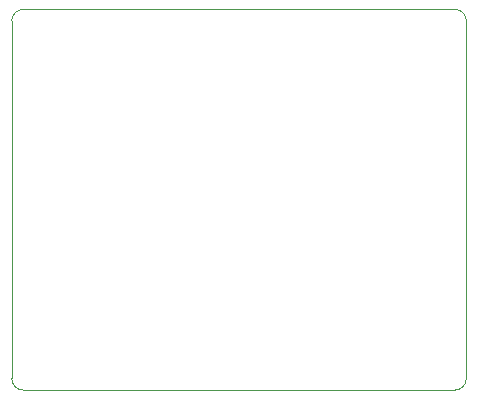
<source format=gbr>
G04 #@! TF.GenerationSoftware,KiCad,Pcbnew,(5.1.0)-1*
G04 #@! TF.CreationDate,2020-02-29T11:47:54+00:00*
G04 #@! TF.ProjectId,Line Generator,4c696e65-2047-4656-9e65-7261746f722e,rev?*
G04 #@! TF.SameCoordinates,Original*
G04 #@! TF.FileFunction,Profile,NP*
%FSLAX46Y46*%
G04 Gerber Fmt 4.6, Leading zero omitted, Abs format (unit mm)*
G04 Created by KiCad (PCBNEW (5.1.0)-1) date 2020-02-29 11:47:54*
%MOMM*%
%LPD*%
G04 APERTURE LIST*
%ADD10C,0.050000*%
G04 APERTURE END LIST*
D10*
X239750000Y-68750000D02*
G75*
G02X240750000Y-69750000I0J-1000000D01*
G01*
X240750000Y-100000000D02*
G75*
G02X239750000Y-101000000I-1000000J0D01*
G01*
X203250000Y-101000000D02*
G75*
G02X202250000Y-100000000I0J1000000D01*
G01*
X202250000Y-69750000D02*
G75*
G02X203250000Y-68750000I1000000J0D01*
G01*
X202250000Y-100000000D02*
X202250000Y-69750000D01*
X239750000Y-101000000D02*
X203250000Y-101000000D01*
X240750000Y-69750000D02*
X240750000Y-100000000D01*
X203250000Y-68750000D02*
X239750000Y-68750000D01*
M02*

</source>
